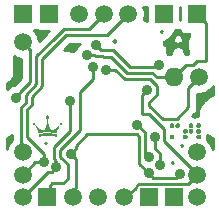
<source format=gtl>
G04 #@! TF.GenerationSoftware,KiCad,Pcbnew,5.1.5-52549c5~84~ubuntu18.04.1*
G04 #@! TF.CreationDate,2020-04-11T16:09:32-04:00*
G04 #@! TF.ProjectId,amoeba-royale,616d6f65-6261-42d7-926f-79616c652e6b,rev?*
G04 #@! TF.SameCoordinates,Original*
G04 #@! TF.FileFunction,Copper,L1,Top*
G04 #@! TF.FilePolarity,Positive*
%FSLAX46Y46*%
G04 Gerber Fmt 4.6, Leading zero omitted, Abs format (unit mm)*
G04 Created by KiCad (PCBNEW 5.1.5-52549c5~84~ubuntu18.04.1) date 2020-04-11 16:09:32*
%MOMM*%
%LPD*%
G04 APERTURE LIST*
%ADD10C,0.002540*%
%ADD11C,0.150000*%
%ADD12C,0.094155*%
%ADD13R,1.500000X1.500000*%
%ADD14C,1.500000*%
%ADD15R,1.600000X1.600000*%
%ADD16O,1.600000X1.600000*%
%ADD17C,0.889000*%
%ADD18C,0.254000*%
G04 APERTURE END LIST*
D10*
G36*
X256566500Y-113209002D02*
G01*
X256558343Y-113259574D01*
X256535629Y-113303496D01*
X256500994Y-113338131D01*
X256457072Y-113360845D01*
X256406500Y-113369003D01*
X256355928Y-113360845D01*
X256312006Y-113338131D01*
X256277371Y-113303496D01*
X256254656Y-113259574D01*
X256246499Y-113209002D01*
X256254656Y-113158429D01*
X256277371Y-113114508D01*
X256312006Y-113079873D01*
X256355928Y-113057159D01*
X256406500Y-113049002D01*
X256457072Y-113057159D01*
X256500994Y-113079873D01*
X256535629Y-113114508D01*
X256558343Y-113158429D01*
X256566500Y-113209002D01*
G37*
X256566500Y-113209002D02*
X256558343Y-113259574D01*
X256535629Y-113303496D01*
X256500994Y-113338131D01*
X256457072Y-113360845D01*
X256406500Y-113369003D01*
X256355928Y-113360845D01*
X256312006Y-113338131D01*
X256277371Y-113303496D01*
X256254656Y-113259574D01*
X256246499Y-113209002D01*
X256254656Y-113158429D01*
X256277371Y-113114508D01*
X256312006Y-113079873D01*
X256355928Y-113057159D01*
X256406500Y-113049002D01*
X256457072Y-113057159D01*
X256500994Y-113079873D01*
X256535629Y-113114508D01*
X256558343Y-113158429D01*
X256566500Y-113209002D01*
G36*
X256566500Y-112729004D02*
G01*
X256558343Y-112779576D01*
X256535629Y-112823498D01*
X256500994Y-112858133D01*
X256457072Y-112880847D01*
X256406500Y-112889005D01*
X256355928Y-112880847D01*
X256312006Y-112858133D01*
X256277371Y-112823498D01*
X256254656Y-112779576D01*
X256246499Y-112729004D01*
X256254656Y-112678432D01*
X256277371Y-112634510D01*
X256312006Y-112599875D01*
X256355928Y-112577161D01*
X256406500Y-112569004D01*
X256457072Y-112577161D01*
X256500994Y-112599875D01*
X256535629Y-112634510D01*
X256558343Y-112678432D01*
X256566500Y-112729004D01*
G37*
X256566500Y-112729004D02*
X256558343Y-112779576D01*
X256535629Y-112823498D01*
X256500994Y-112858133D01*
X256457072Y-112880847D01*
X256406500Y-112889005D01*
X256355928Y-112880847D01*
X256312006Y-112858133D01*
X256277371Y-112823498D01*
X256254656Y-112779576D01*
X256246499Y-112729004D01*
X256254656Y-112678432D01*
X256277371Y-112634510D01*
X256312006Y-112599875D01*
X256355928Y-112577161D01*
X256406500Y-112569004D01*
X256457072Y-112577161D01*
X256500994Y-112599875D01*
X256535629Y-112634510D01*
X256558343Y-112678432D01*
X256566500Y-112729004D01*
G36*
X256566500Y-112249004D02*
G01*
X256558343Y-112299575D01*
X256535629Y-112343497D01*
X256500994Y-112378133D01*
X256457072Y-112400847D01*
X256406500Y-112409004D01*
X256355928Y-112400847D01*
X256312006Y-112378133D01*
X256277371Y-112343497D01*
X256254656Y-112299575D01*
X256246499Y-112249004D01*
X256254656Y-112198431D01*
X256277371Y-112154509D01*
X256312006Y-112119874D01*
X256355928Y-112097160D01*
X256406500Y-112089003D01*
X256457072Y-112097160D01*
X256500994Y-112119874D01*
X256535629Y-112154509D01*
X256558343Y-112198431D01*
X256566500Y-112249004D01*
G37*
X256566500Y-112249004D02*
X256558343Y-112299575D01*
X256535629Y-112343497D01*
X256500994Y-112378133D01*
X256457072Y-112400847D01*
X256406500Y-112409004D01*
X256355928Y-112400847D01*
X256312006Y-112378133D01*
X256277371Y-112343497D01*
X256254656Y-112299575D01*
X256246499Y-112249004D01*
X256254656Y-112198431D01*
X256277371Y-112154509D01*
X256312006Y-112119874D01*
X256355928Y-112097160D01*
X256406500Y-112089003D01*
X256457072Y-112097160D01*
X256500994Y-112119874D01*
X256535629Y-112154509D01*
X256558343Y-112198431D01*
X256566500Y-112249004D01*
G36*
X255926499Y-112729004D02*
G01*
X255918342Y-112779576D01*
X255895628Y-112823498D01*
X255860993Y-112858133D01*
X255817071Y-112880847D01*
X255766499Y-112889005D01*
X255715927Y-112880847D01*
X255672005Y-112858133D01*
X255637370Y-112823498D01*
X255614655Y-112779576D01*
X255606498Y-112729004D01*
X255614655Y-112678432D01*
X255637370Y-112634510D01*
X255672005Y-112599875D01*
X255715927Y-112577161D01*
X255766499Y-112569004D01*
X255817071Y-112577161D01*
X255860993Y-112599875D01*
X255895628Y-112634510D01*
X255918342Y-112678432D01*
X255926499Y-112729004D01*
G37*
X255926499Y-112729004D02*
X255918342Y-112779576D01*
X255895628Y-112823498D01*
X255860993Y-112858133D01*
X255817071Y-112880847D01*
X255766499Y-112889005D01*
X255715927Y-112880847D01*
X255672005Y-112858133D01*
X255637370Y-112823498D01*
X255614655Y-112779576D01*
X255606498Y-112729004D01*
X255614655Y-112678432D01*
X255637370Y-112634510D01*
X255672005Y-112599875D01*
X255715927Y-112577161D01*
X255766499Y-112569004D01*
X255817071Y-112577161D01*
X255860993Y-112599875D01*
X255895628Y-112634510D01*
X255918342Y-112678432D01*
X255926499Y-112729004D01*
G36*
X255926499Y-112249004D02*
G01*
X255918342Y-112299575D01*
X255895628Y-112343497D01*
X255860993Y-112378133D01*
X255817071Y-112400847D01*
X255766499Y-112409004D01*
X255715927Y-112400847D01*
X255672005Y-112378133D01*
X255637370Y-112343497D01*
X255614655Y-112299575D01*
X255606498Y-112249004D01*
X255614655Y-112198431D01*
X255637370Y-112154509D01*
X255672005Y-112119874D01*
X255715927Y-112097160D01*
X255766499Y-112089003D01*
X255817071Y-112097160D01*
X255860993Y-112119874D01*
X255895628Y-112154509D01*
X255918342Y-112198431D01*
X255926499Y-112249004D01*
G37*
X255926499Y-112249004D02*
X255918342Y-112299575D01*
X255895628Y-112343497D01*
X255860993Y-112378133D01*
X255817071Y-112400847D01*
X255766499Y-112409004D01*
X255715927Y-112400847D01*
X255672005Y-112378133D01*
X255637370Y-112343497D01*
X255614655Y-112299575D01*
X255606498Y-112249004D01*
X255614655Y-112198431D01*
X255637370Y-112154509D01*
X255672005Y-112119874D01*
X255715927Y-112097160D01*
X255766499Y-112089003D01*
X255817071Y-112097160D01*
X255860993Y-112119874D01*
X255895628Y-112154509D01*
X255918342Y-112198431D01*
X255926499Y-112249004D01*
G36*
X255446498Y-113209002D02*
G01*
X255438341Y-113259574D01*
X255415628Y-113303496D01*
X255380992Y-113338131D01*
X255337071Y-113360845D01*
X255286498Y-113369003D01*
X255235926Y-113360845D01*
X255192005Y-113338131D01*
X255157369Y-113303496D01*
X255134655Y-113259574D01*
X255126498Y-113209002D01*
X255134655Y-113158429D01*
X255157369Y-113114508D01*
X255192005Y-113079873D01*
X255235926Y-113057159D01*
X255286498Y-113049002D01*
X255337071Y-113057159D01*
X255380992Y-113079873D01*
X255415628Y-113114508D01*
X255438341Y-113158429D01*
X255446498Y-113209002D01*
G37*
X255446498Y-113209002D02*
X255438341Y-113259574D01*
X255415628Y-113303496D01*
X255380992Y-113338131D01*
X255337071Y-113360845D01*
X255286498Y-113369003D01*
X255235926Y-113360845D01*
X255192005Y-113338131D01*
X255157369Y-113303496D01*
X255134655Y-113259574D01*
X255126498Y-113209002D01*
X255134655Y-113158429D01*
X255157369Y-113114508D01*
X255192005Y-113079873D01*
X255235926Y-113057159D01*
X255286498Y-113049002D01*
X255337071Y-113057159D01*
X255380992Y-113079873D01*
X255415628Y-113114508D01*
X255438341Y-113158429D01*
X255446498Y-113209002D01*
G36*
X255446498Y-112729004D02*
G01*
X255438341Y-112779576D01*
X255415628Y-112823498D01*
X255380992Y-112858133D01*
X255337071Y-112880847D01*
X255286498Y-112889005D01*
X255235926Y-112880847D01*
X255192005Y-112858133D01*
X255157369Y-112823498D01*
X255134655Y-112779576D01*
X255126498Y-112729004D01*
X255134655Y-112678432D01*
X255157369Y-112634510D01*
X255192005Y-112599875D01*
X255235926Y-112577161D01*
X255286498Y-112569004D01*
X255337071Y-112577161D01*
X255380992Y-112599875D01*
X255415628Y-112634510D01*
X255438341Y-112678432D01*
X255446498Y-112729004D01*
G37*
X255446498Y-112729004D02*
X255438341Y-112779576D01*
X255415628Y-112823498D01*
X255380992Y-112858133D01*
X255337071Y-112880847D01*
X255286498Y-112889005D01*
X255235926Y-112880847D01*
X255192005Y-112858133D01*
X255157369Y-112823498D01*
X255134655Y-112779576D01*
X255126498Y-112729004D01*
X255134655Y-112678432D01*
X255157369Y-112634510D01*
X255192005Y-112599875D01*
X255235926Y-112577161D01*
X255286498Y-112569004D01*
X255337071Y-112577161D01*
X255380992Y-112599875D01*
X255415628Y-112634510D01*
X255438341Y-112678432D01*
X255446498Y-112729004D01*
G36*
X254806497Y-112249004D02*
G01*
X254798340Y-112299575D01*
X254775626Y-112343497D01*
X254740991Y-112378133D01*
X254697070Y-112400847D01*
X254646497Y-112409004D01*
X254595925Y-112400847D01*
X254552004Y-112378133D01*
X254517368Y-112343497D01*
X254494654Y-112299575D01*
X254486497Y-112249004D01*
X254494654Y-112198431D01*
X254517368Y-112154509D01*
X254552004Y-112119874D01*
X254595925Y-112097160D01*
X254646497Y-112089003D01*
X254697070Y-112097160D01*
X254740991Y-112119874D01*
X254775626Y-112154509D01*
X254798340Y-112198431D01*
X254806497Y-112249004D01*
G37*
X254806497Y-112249004D02*
X254798340Y-112299575D01*
X254775626Y-112343497D01*
X254740991Y-112378133D01*
X254697070Y-112400847D01*
X254646497Y-112409004D01*
X254595925Y-112400847D01*
X254552004Y-112378133D01*
X254517368Y-112343497D01*
X254494654Y-112299575D01*
X254486497Y-112249004D01*
X254494654Y-112198431D01*
X254517368Y-112154509D01*
X254552004Y-112119874D01*
X254595925Y-112097160D01*
X254646497Y-112089003D01*
X254697070Y-112097160D01*
X254740991Y-112119874D01*
X254775626Y-112154509D01*
X254798340Y-112198431D01*
X254806497Y-112249004D01*
G36*
X254326500Y-113209002D02*
G01*
X254318343Y-113259574D01*
X254295629Y-113303496D01*
X254260993Y-113338131D01*
X254217072Y-113360845D01*
X254166500Y-113369003D01*
X254115927Y-113360845D01*
X254072006Y-113338131D01*
X254037370Y-113303496D01*
X254014656Y-113259574D01*
X254006500Y-113209002D01*
X254014656Y-113158429D01*
X254037370Y-113114508D01*
X254072006Y-113079873D01*
X254115927Y-113057159D01*
X254166500Y-113049002D01*
X254217072Y-113057159D01*
X254260993Y-113079873D01*
X254295629Y-113114508D01*
X254318343Y-113158429D01*
X254326500Y-113209002D01*
G37*
X254326500Y-113209002D02*
X254318343Y-113259574D01*
X254295629Y-113303496D01*
X254260993Y-113338131D01*
X254217072Y-113360845D01*
X254166500Y-113369003D01*
X254115927Y-113360845D01*
X254072006Y-113338131D01*
X254037370Y-113303496D01*
X254014656Y-113259574D01*
X254006500Y-113209002D01*
X254014656Y-113158429D01*
X254037370Y-113114508D01*
X254072006Y-113079873D01*
X254115927Y-113057159D01*
X254166500Y-113049002D01*
X254217072Y-113057159D01*
X254260993Y-113079873D01*
X254295629Y-113114508D01*
X254318343Y-113158429D01*
X254326500Y-113209002D01*
G36*
X254326500Y-112249004D02*
G01*
X254318343Y-112299575D01*
X254295629Y-112343497D01*
X254260993Y-112378133D01*
X254217072Y-112400847D01*
X254166500Y-112409004D01*
X254115927Y-112400847D01*
X254072006Y-112378133D01*
X254037370Y-112343497D01*
X254014656Y-112299575D01*
X254006500Y-112249004D01*
X254014656Y-112198431D01*
X254037370Y-112154509D01*
X254072006Y-112119874D01*
X254115927Y-112097160D01*
X254166500Y-112089003D01*
X254217072Y-112097160D01*
X254260993Y-112119874D01*
X254295629Y-112154509D01*
X254318343Y-112198431D01*
X254326500Y-112249004D01*
G37*
X254326500Y-112249004D02*
X254318343Y-112299575D01*
X254295629Y-112343497D01*
X254260993Y-112378133D01*
X254217072Y-112400847D01*
X254166500Y-112409004D01*
X254115927Y-112400847D01*
X254072006Y-112378133D01*
X254037370Y-112343497D01*
X254014656Y-112299575D01*
X254006500Y-112249004D01*
X254014656Y-112198431D01*
X254037370Y-112154509D01*
X254072006Y-112119874D01*
X254115927Y-112097160D01*
X254166500Y-112089003D01*
X254217072Y-112097160D01*
X254260993Y-112119874D01*
X254295629Y-112154509D01*
X254318343Y-112198431D01*
X254326500Y-112249004D01*
D11*
G36*
X254684164Y-104086420D02*
G01*
X254706754Y-104665967D01*
X254837618Y-104665967D01*
X254845857Y-104676949D01*
X254844936Y-104796831D01*
X254890694Y-104796831D01*
X254897101Y-104815136D01*
X254950177Y-104816051D01*
X254957498Y-104820396D01*
X254962991Y-104827948D01*
X255038945Y-105000910D01*
X255020638Y-105008228D01*
X255021559Y-105037515D01*
X255026137Y-105036601D01*
X255026137Y-105092425D01*
X254997766Y-105201326D01*
X254910175Y-105201326D01*
X254910175Y-105213222D01*
X254832391Y-105213222D01*
X254832391Y-105318463D01*
X254814087Y-105336763D01*
X254793957Y-105318463D01*
X254794878Y-105280029D01*
X254767421Y-105317549D01*
X254669502Y-105317549D01*
X254649367Y-105280944D01*
X254650287Y-105214137D01*
X254600871Y-105214137D01*
X254601791Y-105319378D01*
X254581656Y-105337678D01*
X254560612Y-105319378D01*
X254560612Y-105213222D01*
X254528581Y-105213222D01*
X254528581Y-105199496D01*
X254496549Y-105201325D01*
X254464523Y-105091505D01*
X254465444Y-105039344D01*
X254470019Y-105038430D01*
X254469098Y-105008228D01*
X254461773Y-105008228D01*
X254452626Y-105001824D01*
X254532240Y-104822459D01*
X254536589Y-104818109D01*
X254542307Y-104816051D01*
X254593554Y-104816051D01*
X254602707Y-104795917D01*
X254646608Y-104795917D01*
X254646608Y-104676035D01*
X254706754Y-104665967D01*
X254684164Y-104086420D01*
X254657022Y-104087450D01*
X254629972Y-104090539D01*
X254603013Y-104095689D01*
X254576146Y-104102898D01*
X254549370Y-104112166D01*
X254522685Y-104123494D01*
X254496092Y-104136882D01*
X254469591Y-104152330D01*
X254443182Y-104169837D01*
X254419940Y-104188458D01*
X254397767Y-104210348D01*
X254376807Y-104234600D01*
X254357209Y-104260303D01*
X254339116Y-104286550D01*
X254322675Y-104312432D01*
X254308033Y-104337039D01*
X254295334Y-104359464D01*
X254284725Y-104378797D01*
X254276352Y-104394130D01*
X254254263Y-104433034D01*
X254232059Y-104470140D01*
X254209761Y-104505507D01*
X254187391Y-104539190D01*
X254164968Y-104571248D01*
X254142513Y-104601739D01*
X254120047Y-104630719D01*
X254097590Y-104658246D01*
X254075163Y-104684378D01*
X254052787Y-104709173D01*
X254030482Y-104732687D01*
X254008268Y-104754979D01*
X253986168Y-104776105D01*
X253964200Y-104796123D01*
X253942386Y-104815092D01*
X253920746Y-104833067D01*
X253899301Y-104850108D01*
X253878072Y-104866271D01*
X253857079Y-104881613D01*
X253836342Y-104896193D01*
X253815883Y-104910068D01*
X253795722Y-104923295D01*
X253775879Y-104935931D01*
X253756376Y-104948036D01*
X253737233Y-104959664D01*
X253718470Y-104970876D01*
X253700108Y-104981727D01*
X253682168Y-104992275D01*
X253664670Y-105002579D01*
X253647635Y-105012694D01*
X253631084Y-105022680D01*
X253615036Y-105032593D01*
X253599514Y-105042490D01*
X253584537Y-105052431D01*
X253570126Y-105062471D01*
X253556301Y-105072668D01*
X253543084Y-105083080D01*
X253530494Y-105093765D01*
X253518554Y-105104779D01*
X253507282Y-105116181D01*
X253496700Y-105128028D01*
X253486828Y-105140377D01*
X253477687Y-105153286D01*
X253469298Y-105166813D01*
X253461680Y-105181014D01*
X253454856Y-105195948D01*
X253448845Y-105211672D01*
X253443668Y-105228243D01*
X253439346Y-105245719D01*
X253435899Y-105264158D01*
X253433348Y-105283617D01*
X253431713Y-105304153D01*
X253431016Y-105325824D01*
X253431284Y-105351076D01*
X253432577Y-105374471D01*
X253434843Y-105396107D01*
X253438028Y-105416083D01*
X253442082Y-105434498D01*
X253446951Y-105451450D01*
X253452583Y-105467039D01*
X253458925Y-105481363D01*
X253465926Y-105494521D01*
X253473533Y-105506612D01*
X253481693Y-105517734D01*
X253490355Y-105527987D01*
X253499466Y-105537470D01*
X253508973Y-105546280D01*
X253518824Y-105554518D01*
X253528967Y-105562282D01*
X253539349Y-105569670D01*
X253549919Y-105576781D01*
X253560623Y-105583715D01*
X253571410Y-105590571D01*
X253582226Y-105597446D01*
X253593021Y-105604440D01*
X253603740Y-105611651D01*
X253614332Y-105619179D01*
X253624745Y-105627122D01*
X253634926Y-105635580D01*
X253644823Y-105644650D01*
X253654384Y-105654432D01*
X253663555Y-105665025D01*
X253672285Y-105676527D01*
X253680522Y-105689037D01*
X253688212Y-105702654D01*
X253695304Y-105717478D01*
X253701746Y-105733605D01*
X253707484Y-105751137D01*
X253712467Y-105770171D01*
X253716642Y-105790806D01*
X253719958Y-105813141D01*
X253722360Y-105837275D01*
X253723798Y-105863306D01*
X253724218Y-105891334D01*
X253723569Y-105921458D01*
X253721798Y-105953775D01*
X253718852Y-105988386D01*
X253714680Y-106025388D01*
X253710232Y-106062360D01*
X253706996Y-106095396D01*
X253705372Y-106125200D01*
X253705756Y-106152477D01*
X253708547Y-106177932D01*
X253714144Y-106202271D01*
X253722945Y-106226198D01*
X253735348Y-106250418D01*
X253751752Y-106275635D01*
X253770586Y-106299756D01*
X253790840Y-106321040D01*
X253812512Y-106339485D01*
X253835604Y-106355093D01*
X253860114Y-106367863D01*
X253886043Y-106377795D01*
X253913391Y-106384890D01*
X253942158Y-106389147D01*
X253972343Y-106390566D01*
X254013125Y-106390566D01*
X254042784Y-106389431D01*
X254071384Y-106386026D01*
X254098924Y-106380352D01*
X254125405Y-106372407D01*
X254150827Y-106362193D01*
X254175190Y-106349710D01*
X254198493Y-106334956D01*
X254222746Y-106316625D01*
X254243600Y-106296233D01*
X254261056Y-106273782D01*
X254275113Y-106249271D01*
X254285772Y-106222701D01*
X254293032Y-106194071D01*
X254293106Y-106190829D01*
X254293501Y-106181553D01*
X254294473Y-106166918D01*
X254296283Y-106147600D01*
X254299188Y-106124273D01*
X254303446Y-106097612D01*
X254309317Y-106068293D01*
X254317058Y-106036990D01*
X254326928Y-106004380D01*
X254339185Y-105971136D01*
X254354087Y-105937935D01*
X254371893Y-105905450D01*
X254392862Y-105874358D01*
X254417251Y-105845333D01*
X254445319Y-105819051D01*
X254467561Y-105802294D01*
X254491335Y-105787285D01*
X254516481Y-105774015D01*
X254542838Y-105762479D01*
X254570247Y-105752668D01*
X254598548Y-105744574D01*
X254627581Y-105738191D01*
X254657185Y-105733512D01*
X254687201Y-105730528D01*
X254717468Y-105729233D01*
X254747827Y-105729620D01*
X254778118Y-105731680D01*
X254808181Y-105735406D01*
X254837854Y-105740792D01*
X254866980Y-105747829D01*
X254895397Y-105756511D01*
X254922945Y-105766830D01*
X254949466Y-105778778D01*
X254974797Y-105792349D01*
X254998780Y-105807535D01*
X255021254Y-105824328D01*
X255049713Y-105850568D01*
X255074582Y-105879569D01*
X255096103Y-105910655D01*
X255114517Y-105943147D01*
X255130065Y-105976369D01*
X255142988Y-106009642D01*
X255153528Y-106042290D01*
X255161924Y-106073634D01*
X255168419Y-106102997D01*
X255173253Y-106129702D01*
X255176668Y-106153070D01*
X255178904Y-106172425D01*
X255180203Y-106187089D01*
X255180805Y-106196384D01*
X255180952Y-106199633D01*
X255187698Y-106226049D01*
X255198048Y-106250919D01*
X255212002Y-106274246D01*
X255229561Y-106296027D01*
X255250724Y-106316263D01*
X255275492Y-106334955D01*
X255300568Y-106351947D01*
X255326366Y-106365849D01*
X255352884Y-106376662D01*
X255380122Y-106384386D01*
X255408082Y-106389020D01*
X255436763Y-106390565D01*
X255477545Y-106390565D01*
X255507410Y-106389100D01*
X255536040Y-106384706D01*
X255563433Y-106377383D01*
X255589591Y-106367130D01*
X255614513Y-106353949D01*
X255638199Y-106337838D01*
X255660649Y-106318797D01*
X255681864Y-106296828D01*
X255701843Y-106271929D01*
X255718744Y-106247909D01*
X255733010Y-106226066D01*
X255744357Y-106205106D01*
X255752499Y-106183734D01*
X255757153Y-106160656D01*
X255758036Y-106134577D01*
X255754862Y-106104202D01*
X255747347Y-106068237D01*
X255735208Y-106025387D01*
X255719834Y-105974619D01*
X255705743Y-105925264D01*
X255692897Y-105877295D01*
X255681261Y-105830687D01*
X255670797Y-105785412D01*
X255661469Y-105741444D01*
X255653240Y-105698756D01*
X255646073Y-105657322D01*
X255639932Y-105617116D01*
X255634780Y-105578110D01*
X255630580Y-105540279D01*
X255627296Y-105503595D01*
X255624890Y-105468033D01*
X255623327Y-105433565D01*
X255622570Y-105400166D01*
X255622581Y-105367809D01*
X255623324Y-105336466D01*
X255624763Y-105306112D01*
X255626860Y-105276720D01*
X255629579Y-105248264D01*
X255632884Y-105220717D01*
X255636737Y-105194053D01*
X255641102Y-105168244D01*
X255645942Y-105143265D01*
X255651221Y-105119089D01*
X255656901Y-105095689D01*
X255662947Y-105073039D01*
X255669321Y-105051112D01*
X255675987Y-105029882D01*
X255682907Y-105009323D01*
X255690046Y-104989407D01*
X255697367Y-104970109D01*
X255704832Y-104951401D01*
X255712406Y-104933257D01*
X255720051Y-104915651D01*
X255727731Y-104898556D01*
X255735409Y-104881946D01*
X255743049Y-104865794D01*
X255750613Y-104850073D01*
X255758065Y-104834757D01*
X255765368Y-104819820D01*
X255772486Y-104805235D01*
X255779382Y-104790975D01*
X255786019Y-104777014D01*
X255792361Y-104763326D01*
X255798370Y-104749883D01*
X255804011Y-104736660D01*
X255809246Y-104723629D01*
X255814038Y-104710765D01*
X255818352Y-104698041D01*
X255822150Y-104685429D01*
X255825396Y-104672905D01*
X255828052Y-104660440D01*
X255830083Y-104648009D01*
X255831451Y-104635585D01*
X255832120Y-104623142D01*
X255832053Y-104610653D01*
X255831214Y-104598091D01*
X255829565Y-104585431D01*
X255827070Y-104572644D01*
X255823693Y-104559706D01*
X255819396Y-104546589D01*
X255809629Y-104523289D01*
X255798305Y-104502929D01*
X255785510Y-104485337D01*
X255771331Y-104470341D01*
X255755851Y-104457766D01*
X255739159Y-104447439D01*
X255721339Y-104439189D01*
X255702478Y-104432842D01*
X255682662Y-104428225D01*
X255661976Y-104425165D01*
X255640506Y-104423489D01*
X255618339Y-104423024D01*
X255595560Y-104423597D01*
X255572255Y-104425035D01*
X255548511Y-104427166D01*
X255524413Y-104429816D01*
X255500047Y-104432812D01*
X255475499Y-104435982D01*
X255450854Y-104439152D01*
X255426200Y-104442150D01*
X255401622Y-104444802D01*
X255377205Y-104446935D01*
X255353036Y-104448377D01*
X255329201Y-104448955D01*
X255305786Y-104448496D01*
X255282876Y-104446826D01*
X255260557Y-104443772D01*
X255238916Y-104439163D01*
X255218039Y-104432824D01*
X255198010Y-104424583D01*
X255178917Y-104414267D01*
X255160845Y-104401703D01*
X255143881Y-104386718D01*
X255131919Y-104372337D01*
X255118398Y-104352320D01*
X255103279Y-104328041D01*
X255086529Y-104300875D01*
X255068111Y-104272196D01*
X255047990Y-104243378D01*
X255026129Y-104215796D01*
X255002493Y-104190824D01*
X254977047Y-104169837D01*
X254950271Y-104152330D01*
X254923496Y-104136882D01*
X254896720Y-104123494D01*
X254869945Y-104112166D01*
X254843170Y-104102897D01*
X254816395Y-104095688D01*
X254789619Y-104090539D01*
X254762844Y-104087450D01*
X254736069Y-104086420D01*
X254684164Y-104086420D01*
G37*
G36*
X243664486Y-111416743D02*
G01*
X243640861Y-111418637D01*
X243618444Y-111424123D01*
X243597538Y-111432906D01*
X243578443Y-111444692D01*
X243561460Y-111459185D01*
X243546890Y-111476092D01*
X243535034Y-111495117D01*
X243526193Y-111515965D01*
X243520668Y-111538342D01*
X243518759Y-111561954D01*
X243520735Y-111585726D01*
X243526448Y-111608116D01*
X243535573Y-111628854D01*
X243547786Y-111647672D01*
X243562762Y-111664301D01*
X243580178Y-111678471D01*
X243599708Y-111689915D01*
X243621029Y-111698363D01*
X243643816Y-111703547D01*
X243641341Y-111731446D01*
X243638780Y-111759645D01*
X243636119Y-111788101D01*
X243633349Y-111816773D01*
X243630459Y-111845618D01*
X243627438Y-111874593D01*
X243624275Y-111903655D01*
X243620958Y-111932764D01*
X243617478Y-111961875D01*
X243613823Y-111990947D01*
X243609983Y-112019936D01*
X243605946Y-112048802D01*
X243601702Y-112077500D01*
X243597239Y-112105989D01*
X243592547Y-112134227D01*
X243587615Y-112162170D01*
X243582432Y-112189777D01*
X243576988Y-112217004D01*
X243571270Y-112243810D01*
X243565269Y-112270152D01*
X243558973Y-112295987D01*
X243552372Y-112321274D01*
X243545454Y-112345969D01*
X243538210Y-112370030D01*
X243530627Y-112393415D01*
X243522695Y-112416082D01*
X243514403Y-112437987D01*
X243505740Y-112459088D01*
X243496696Y-112479343D01*
X243487259Y-112498710D01*
X243477419Y-112517146D01*
X243467164Y-112534608D01*
X243456484Y-112551054D01*
X243445368Y-112566442D01*
X243433805Y-112580730D01*
X243421784Y-112593873D01*
X243409294Y-112605832D01*
X243396324Y-112616561D01*
X243382864Y-112626021D01*
X243368902Y-112634167D01*
X243354428Y-112640958D01*
X243337414Y-112647060D01*
X243319666Y-112651321D01*
X243301232Y-112653816D01*
X243282158Y-112654618D01*
X243262491Y-112653800D01*
X243242278Y-112651438D01*
X243221566Y-112647603D01*
X243200402Y-112642371D01*
X243178831Y-112635814D01*
X243156903Y-112628007D01*
X243134662Y-112619023D01*
X243112156Y-112608937D01*
X243089433Y-112597821D01*
X243066538Y-112585750D01*
X243043518Y-112572798D01*
X243020422Y-112559037D01*
X242997294Y-112544543D01*
X242974183Y-112529389D01*
X242951135Y-112513648D01*
X242928196Y-112497394D01*
X242905415Y-112480701D01*
X242882837Y-112463643D01*
X242860510Y-112446294D01*
X242838480Y-112428727D01*
X242816794Y-112411016D01*
X242795499Y-112393235D01*
X242774642Y-112375457D01*
X242754270Y-112357757D01*
X242734430Y-112340208D01*
X242715168Y-112322884D01*
X242696531Y-112305859D01*
X242678567Y-112289206D01*
X242661322Y-112272999D01*
X242644842Y-112257313D01*
X242629176Y-112242220D01*
X242614369Y-112227794D01*
X242600469Y-112214110D01*
X242614253Y-112197790D01*
X242625038Y-112179276D01*
X242632064Y-112158801D01*
X242634575Y-112136596D01*
X242632302Y-112113940D01*
X242625779Y-112092816D01*
X242615455Y-112073683D01*
X242601775Y-112057000D01*
X242585186Y-112043225D01*
X242566136Y-112032818D01*
X242545071Y-112026237D01*
X242522437Y-112023941D01*
X242499782Y-112026237D01*
X242478658Y-112032818D01*
X242459525Y-112043225D01*
X242442841Y-112057000D01*
X242429067Y-112073683D01*
X242418659Y-112092816D01*
X242412078Y-112113940D01*
X242409783Y-112136596D01*
X242412078Y-112159229D01*
X242418659Y-112180294D01*
X242429067Y-112199345D01*
X242442841Y-112215933D01*
X242459525Y-112229613D01*
X242478658Y-112239938D01*
X242499782Y-112246460D01*
X242522437Y-112248734D01*
X242543553Y-112249147D01*
X242558475Y-112244838D01*
X242573080Y-112236331D01*
X242788571Y-112599100D01*
X242803930Y-112628325D01*
X242818190Y-112656800D01*
X242831367Y-112684522D01*
X242843481Y-112711488D01*
X242854548Y-112737697D01*
X242864587Y-112763146D01*
X242873615Y-112787833D01*
X242881651Y-112811756D01*
X242888711Y-112834914D01*
X242894814Y-112857302D01*
X242899978Y-112878921D01*
X242904220Y-112899766D01*
X242907558Y-112919837D01*
X242910010Y-112939131D01*
X242931745Y-112932671D01*
X242953839Y-112926384D01*
X242976282Y-112920275D01*
X242999068Y-112914350D01*
X243022187Y-112908613D01*
X243045633Y-112903072D01*
X243069397Y-112897730D01*
X243093470Y-112892595D01*
X243117845Y-112887670D01*
X243142514Y-112882962D01*
X243167468Y-112878476D01*
X243192699Y-112874218D01*
X243218200Y-112870193D01*
X243243961Y-112866406D01*
X243269976Y-112862863D01*
X243296236Y-112859571D01*
X243322733Y-112856533D01*
X243349458Y-112853756D01*
X243376404Y-112851245D01*
X243403563Y-112849005D01*
X243430926Y-112847043D01*
X243458485Y-112845363D01*
X243486233Y-112843971D01*
X243514160Y-112842873D01*
X243542260Y-112842074D01*
X243570524Y-112841580D01*
X243598944Y-112841395D01*
X243627511Y-112841527D01*
X243656218Y-112841979D01*
X243685281Y-112842295D01*
X243714136Y-112842894D01*
X243742780Y-112843774D01*
X243771209Y-112844932D01*
X243799419Y-112846362D01*
X243827406Y-112848063D01*
X243855165Y-112850030D01*
X243882694Y-112852260D01*
X243909987Y-112854750D01*
X243937041Y-112857495D01*
X243963853Y-112860493D01*
X243990417Y-112863740D01*
X244016730Y-112867232D01*
X244042789Y-112870965D01*
X244068588Y-112874937D01*
X244094124Y-112879144D01*
X244119394Y-112883583D01*
X244144392Y-112888249D01*
X244169116Y-112893139D01*
X244193561Y-112898250D01*
X244217723Y-112903578D01*
X244241598Y-112909120D01*
X244265183Y-112914872D01*
X244288472Y-112920830D01*
X244311463Y-112926992D01*
X244334151Y-112933353D01*
X244356532Y-112939911D01*
X244378603Y-112946661D01*
X244400359Y-112953600D01*
X244403577Y-112934104D01*
X244407417Y-112913966D01*
X244411952Y-112893176D01*
X244417261Y-112871719D01*
X244423418Y-112849583D01*
X244430500Y-112826755D01*
X244438582Y-112803223D01*
X244447740Y-112778974D01*
X244458051Y-112753994D01*
X244469591Y-112728272D01*
X244482434Y-112701795D01*
X244496658Y-112674550D01*
X244512338Y-112646523D01*
X244529550Y-112617703D01*
X244745557Y-112248217D01*
X244761722Y-112256202D01*
X244779051Y-112262315D01*
X244797234Y-112264753D01*
X244819889Y-112262480D01*
X244841013Y-112255957D01*
X244860146Y-112245633D01*
X244876830Y-112231953D01*
X244890604Y-112215364D01*
X244901012Y-112196314D01*
X244907593Y-112175249D01*
X244909888Y-112152615D01*
X244907593Y-112129960D01*
X244901012Y-112108836D01*
X244890604Y-112089703D01*
X244876830Y-112073020D01*
X244860146Y-112059245D01*
X244841013Y-112048837D01*
X244819889Y-112042256D01*
X244797234Y-112039961D01*
X244774600Y-112042256D01*
X244753535Y-112048837D01*
X244734485Y-112059245D01*
X244717896Y-112073020D01*
X244704216Y-112089703D01*
X244693892Y-112108836D01*
X244687369Y-112129960D01*
X244685096Y-112152615D01*
X244687852Y-112173154D01*
X244695245Y-112193406D01*
X244705961Y-112212512D01*
X244718686Y-112229613D01*
X244704981Y-112242688D01*
X244690325Y-112256533D01*
X244674766Y-112271071D01*
X244658354Y-112286228D01*
X244641136Y-112301929D01*
X244623162Y-112318099D01*
X244604480Y-112334662D01*
X244585139Y-112351543D01*
X244565188Y-112368669D01*
X244544675Y-112385962D01*
X244523649Y-112403348D01*
X244502158Y-112420753D01*
X244480253Y-112438100D01*
X244457980Y-112455315D01*
X244435389Y-112472322D01*
X244412529Y-112489047D01*
X244389447Y-112505415D01*
X244366194Y-112521350D01*
X244342818Y-112536777D01*
X244319366Y-112551621D01*
X244295889Y-112565807D01*
X244272435Y-112579260D01*
X244249052Y-112591904D01*
X244225789Y-112603665D01*
X244202694Y-112614468D01*
X244179818Y-112624237D01*
X244157207Y-112632897D01*
X244134912Y-112640373D01*
X244112980Y-112646591D01*
X244091460Y-112651474D01*
X244070402Y-112654948D01*
X244049853Y-112656937D01*
X244029862Y-112657368D01*
X244010479Y-112656163D01*
X243991751Y-112653249D01*
X243973728Y-112648550D01*
X243956458Y-112641991D01*
X243941635Y-112621894D01*
X243927404Y-112601369D01*
X243913752Y-112580432D01*
X243900664Y-112559102D01*
X243888127Y-112537397D01*
X243876126Y-112515333D01*
X243864649Y-112492928D01*
X243853681Y-112470201D01*
X243843208Y-112447168D01*
X243833218Y-112423847D01*
X243823694Y-112400256D01*
X243814625Y-112376413D01*
X243805996Y-112352334D01*
X243797794Y-112328038D01*
X243790003Y-112303543D01*
X243782612Y-112278865D01*
X243775605Y-112254022D01*
X243768969Y-112229033D01*
X243762691Y-112203914D01*
X243756756Y-112178684D01*
X243751150Y-112153359D01*
X243745860Y-112127958D01*
X243740872Y-112102498D01*
X243736172Y-112076996D01*
X243731747Y-112051471D01*
X243727582Y-112025940D01*
X243723663Y-112000420D01*
X243719977Y-111974929D01*
X243716510Y-111949484D01*
X243713248Y-111924104D01*
X243710178Y-111898806D01*
X243707285Y-111873607D01*
X243704555Y-111848526D01*
X243701976Y-111823579D01*
X243699532Y-111798784D01*
X243697211Y-111774159D01*
X243694998Y-111749722D01*
X243692879Y-111725490D01*
X243690841Y-111701480D01*
X243715129Y-111697346D01*
X243731084Y-111692964D01*
X243747426Y-111684131D01*
X243763381Y-111671281D01*
X243778174Y-111654848D01*
X243791028Y-111635264D01*
X243801170Y-111612965D01*
X243807824Y-111588384D01*
X243810214Y-111561954D01*
X243808305Y-111538342D01*
X243802780Y-111515965D01*
X243793939Y-111495117D01*
X243782083Y-111476092D01*
X243767513Y-111459185D01*
X243750530Y-111444692D01*
X243731435Y-111432906D01*
X243710529Y-111424123D01*
X243688112Y-111418637D01*
X243664486Y-111416743D01*
G37*
D12*
G36*
X243660381Y-112919736D02*
G01*
X243632083Y-112919648D01*
X243603922Y-112919826D01*
X243575908Y-112920270D01*
X243548050Y-112920980D01*
X243520357Y-112921955D01*
X243492839Y-112923193D01*
X243465505Y-112924696D01*
X243438365Y-112926461D01*
X243411429Y-112928489D01*
X243384705Y-112930779D01*
X243358204Y-112933330D01*
X243331934Y-112936142D01*
X243305905Y-112939214D01*
X243280127Y-112942545D01*
X243254608Y-112946135D01*
X243229360Y-112949984D01*
X243204390Y-112954090D01*
X243179708Y-112958454D01*
X243155324Y-112963074D01*
X243131248Y-112967950D01*
X243107488Y-112973081D01*
X243084054Y-112978467D01*
X243060956Y-112984108D01*
X243038203Y-112990002D01*
X243015805Y-112996149D01*
X242993771Y-113002548D01*
X242972109Y-113009200D01*
X242950831Y-113016102D01*
X242929945Y-113023256D01*
X242937552Y-113047418D01*
X242943396Y-113070391D01*
X242947693Y-113092729D01*
X242950656Y-113114986D01*
X242952499Y-113137717D01*
X242973783Y-113131510D01*
X242995426Y-113125465D01*
X243017418Y-113119587D01*
X243039754Y-113113882D01*
X243062426Y-113108355D01*
X243085427Y-113103012D01*
X243108751Y-113097858D01*
X243132390Y-113092900D01*
X243156336Y-113088142D01*
X243180584Y-113083591D01*
X243205126Y-113079252D01*
X243229955Y-113075130D01*
X243255063Y-113071232D01*
X243280445Y-113067562D01*
X243306092Y-113064127D01*
X243331998Y-113060933D01*
X243358156Y-113057984D01*
X243384558Y-113055286D01*
X243411198Y-113052846D01*
X243438069Y-113050668D01*
X243465163Y-113048758D01*
X243492474Y-113047123D01*
X243519994Y-113045767D01*
X243547716Y-113044696D01*
X243575634Y-113043916D01*
X243603741Y-113043432D01*
X243632028Y-113043251D01*
X243660490Y-113043377D01*
X243688941Y-113043796D01*
X243717196Y-113044491D01*
X243745251Y-113045459D01*
X243773101Y-113046697D01*
X243800738Y-113048202D01*
X243828159Y-113049970D01*
X243855358Y-113052000D01*
X243882330Y-113054287D01*
X243909068Y-113056830D01*
X243935568Y-113059625D01*
X243961824Y-113062669D01*
X243987831Y-113065959D01*
X244013583Y-113069493D01*
X244039075Y-113073267D01*
X244064302Y-113077279D01*
X244089257Y-113081524D01*
X244113937Y-113086002D01*
X244138334Y-113090708D01*
X244162445Y-113095640D01*
X244186263Y-113100794D01*
X244209783Y-113106169D01*
X244233000Y-113111760D01*
X244255908Y-113117565D01*
X244278502Y-113123581D01*
X244300776Y-113129804D01*
X244322725Y-113136233D01*
X244344344Y-113142865D01*
X244365627Y-113149695D01*
X244367537Y-113128718D01*
X244371083Y-113107430D01*
X244376084Y-113085670D01*
X244382358Y-113063278D01*
X244389725Y-113040094D01*
X244369075Y-113032696D01*
X244348035Y-113025517D01*
X244326612Y-113018558D01*
X244304813Y-113011820D01*
X244282648Y-113005305D01*
X244260122Y-112999014D01*
X244237244Y-112992949D01*
X244214022Y-112987112D01*
X244190463Y-112981503D01*
X244166576Y-112976125D01*
X244142366Y-112970979D01*
X244117843Y-112966067D01*
X244093014Y-112961389D01*
X244067887Y-112956948D01*
X244042468Y-112952745D01*
X244016767Y-112948781D01*
X243990790Y-112945059D01*
X243964546Y-112941579D01*
X243938041Y-112938342D01*
X243911284Y-112935352D01*
X243884283Y-112932608D01*
X243857044Y-112930114D01*
X243829576Y-112927869D01*
X243801887Y-112925875D01*
X243773983Y-112924135D01*
X243745873Y-112922650D01*
X243717564Y-112921420D01*
X243689064Y-112920449D01*
X243660381Y-112919736D01*
G37*
X243660381Y-112919736D02*
X243632083Y-112919648D01*
X243603922Y-112919826D01*
X243575908Y-112920270D01*
X243548050Y-112920980D01*
X243520357Y-112921955D01*
X243492839Y-112923193D01*
X243465505Y-112924696D01*
X243438365Y-112926461D01*
X243411429Y-112928489D01*
X243384705Y-112930779D01*
X243358204Y-112933330D01*
X243331934Y-112936142D01*
X243305905Y-112939214D01*
X243280127Y-112942545D01*
X243254608Y-112946135D01*
X243229360Y-112949984D01*
X243204390Y-112954090D01*
X243179708Y-112958454D01*
X243155324Y-112963074D01*
X243131248Y-112967950D01*
X243107488Y-112973081D01*
X243084054Y-112978467D01*
X243060956Y-112984108D01*
X243038203Y-112990002D01*
X243015805Y-112996149D01*
X242993771Y-113002548D01*
X242972109Y-113009200D01*
X242950831Y-113016102D01*
X242929945Y-113023256D01*
X242937552Y-113047418D01*
X242943396Y-113070391D01*
X242947693Y-113092729D01*
X242950656Y-113114986D01*
X242952499Y-113137717D01*
X242973783Y-113131510D01*
X242995426Y-113125465D01*
X243017418Y-113119587D01*
X243039754Y-113113882D01*
X243062426Y-113108355D01*
X243085427Y-113103012D01*
X243108751Y-113097858D01*
X243132390Y-113092900D01*
X243156336Y-113088142D01*
X243180584Y-113083591D01*
X243205126Y-113079252D01*
X243229955Y-113075130D01*
X243255063Y-113071232D01*
X243280445Y-113067562D01*
X243306092Y-113064127D01*
X243331998Y-113060933D01*
X243358156Y-113057984D01*
X243384558Y-113055286D01*
X243411198Y-113052846D01*
X243438069Y-113050668D01*
X243465163Y-113048758D01*
X243492474Y-113047123D01*
X243519994Y-113045767D01*
X243547716Y-113044696D01*
X243575634Y-113043916D01*
X243603741Y-113043432D01*
X243632028Y-113043251D01*
X243660490Y-113043377D01*
X243688941Y-113043796D01*
X243717196Y-113044491D01*
X243745251Y-113045459D01*
X243773101Y-113046697D01*
X243800738Y-113048202D01*
X243828159Y-113049970D01*
X243855358Y-113052000D01*
X243882330Y-113054287D01*
X243909068Y-113056830D01*
X243935568Y-113059625D01*
X243961824Y-113062669D01*
X243987831Y-113065959D01*
X244013583Y-113069493D01*
X244039075Y-113073267D01*
X244064302Y-113077279D01*
X244089257Y-113081524D01*
X244113937Y-113086002D01*
X244138334Y-113090708D01*
X244162445Y-113095640D01*
X244186263Y-113100794D01*
X244209783Y-113106169D01*
X244233000Y-113111760D01*
X244255908Y-113117565D01*
X244278502Y-113123581D01*
X244300776Y-113129804D01*
X244322725Y-113136233D01*
X244344344Y-113142865D01*
X244365627Y-113149695D01*
X244367537Y-113128718D01*
X244371083Y-113107430D01*
X244376084Y-113085670D01*
X244382358Y-113063278D01*
X244389725Y-113040094D01*
X244369075Y-113032696D01*
X244348035Y-113025517D01*
X244326612Y-113018558D01*
X244304813Y-113011820D01*
X244282648Y-113005305D01*
X244260122Y-112999014D01*
X244237244Y-112992949D01*
X244214022Y-112987112D01*
X244190463Y-112981503D01*
X244166576Y-112976125D01*
X244142366Y-112970979D01*
X244117843Y-112966067D01*
X244093014Y-112961389D01*
X244067887Y-112956948D01*
X244042468Y-112952745D01*
X244016767Y-112948781D01*
X243990790Y-112945059D01*
X243964546Y-112941579D01*
X243938041Y-112938342D01*
X243911284Y-112935352D01*
X243884283Y-112932608D01*
X243857044Y-112930114D01*
X243829576Y-112927869D01*
X243801887Y-112925875D01*
X243773983Y-112924135D01*
X243745873Y-112922650D01*
X243717564Y-112921420D01*
X243689064Y-112920449D01*
X243660381Y-112919736D01*
D13*
X243649500Y-118364000D03*
X243776500Y-102870000D03*
D14*
X246316500Y-102870000D03*
D15*
X254381000Y-118364000D03*
D16*
X254381000Y-108204000D03*
D14*
X256286000Y-118364000D03*
D13*
X253492000Y-102870000D03*
X252285500Y-118364000D03*
X241554000Y-102870000D03*
X256286000Y-102870000D03*
D14*
X241554000Y-116459000D03*
X250507500Y-102806500D03*
X256286000Y-116459000D03*
X250126500Y-118364000D03*
X241554000Y-114554000D03*
X248412000Y-102806500D03*
X256286000Y-114554000D03*
X247967500Y-118364000D03*
X256476500Y-108204000D03*
X241554000Y-105219500D03*
X241554000Y-118364000D03*
X245808500Y-118364000D03*
D17*
X253143448Y-115606877D03*
X253111000Y-107188000D03*
X252730009Y-113220500D03*
X247496031Y-107302964D03*
X247762479Y-105473500D03*
X246963988Y-106291340D03*
X252222000Y-114930574D03*
X251274554Y-112207351D03*
X245554500Y-110172500D03*
X248615353Y-107534419D03*
X244380320Y-115823991D03*
X243323908Y-115387592D03*
X252068842Y-109253453D03*
X252222000Y-116332000D03*
X254837497Y-116357499D03*
X240982490Y-109905556D03*
X245606620Y-114645185D03*
D18*
X253047501Y-115510930D02*
X253143448Y-115606877D01*
X253174508Y-115575817D02*
X253143448Y-115606877D01*
X252734692Y-107315000D02*
X252861692Y-107188000D01*
X250618118Y-107315000D02*
X252734692Y-107315000D01*
X249221117Y-105917999D02*
X250618118Y-107315000D01*
X252861692Y-107188000D02*
X253111000Y-107188000D01*
X247496031Y-108357969D02*
X247496031Y-107302964D01*
X246380000Y-109474000D02*
X247496031Y-108357969D01*
X246380000Y-112649000D02*
X246380000Y-109474000D01*
X246062509Y-112967554D02*
X246062509Y-112966491D01*
X244729000Y-114935000D02*
X244729000Y-114301063D01*
X243840000Y-118364000D02*
X243840000Y-117360000D01*
X246062509Y-112966491D02*
X246380000Y-112649000D01*
X244729000Y-114301063D02*
X246062509Y-112967554D01*
X244042500Y-117157500D02*
X244983000Y-117157500D01*
X243840000Y-117360000D02*
X244042500Y-117157500D01*
X245363990Y-116776510D02*
X245363990Y-115569990D01*
X244983000Y-117157500D02*
X245363990Y-116776510D01*
X245363990Y-115569990D02*
X244729000Y-114935000D01*
X253143448Y-114630280D02*
X253143448Y-115606877D01*
X252730009Y-113220500D02*
X252730009Y-114216841D01*
X252730009Y-114216841D02*
X253143448Y-114630280D01*
X249221117Y-105917999D02*
X248206978Y-105917999D01*
X248206978Y-105917999D02*
X247762479Y-105473500D01*
X256286000Y-102870000D02*
X256286000Y-102927795D01*
X254000000Y-108585000D02*
X254381000Y-108204000D01*
X257048000Y-103632000D02*
X256286000Y-102870000D01*
X257048000Y-106807000D02*
X257048000Y-103632000D01*
X254381000Y-108204000D02*
X255397000Y-107188000D01*
X257048000Y-106807000D02*
X256349500Y-106807000D01*
X255968500Y-107188000D02*
X255397000Y-107188000D01*
X256349500Y-106807000D02*
X255968500Y-107188000D01*
X254381000Y-108204000D02*
X252905258Y-108204000D01*
X252905258Y-108204000D02*
X252524268Y-107823010D01*
X250407694Y-107823010D02*
X249062147Y-106477463D01*
X252524268Y-107823010D02*
X250407694Y-107823010D01*
X248348509Y-106426009D02*
X247727274Y-106426009D01*
X248399963Y-106477463D02*
X248348509Y-106426009D01*
X247592605Y-106291340D02*
X246963988Y-106291340D01*
X247727274Y-106426009D02*
X247592605Y-106291340D01*
X249062147Y-106477463D02*
X248399963Y-106477463D01*
X251972426Y-114681000D02*
X252222000Y-114930574D01*
X251904509Y-114681000D02*
X251972426Y-114681000D01*
X251904509Y-112966509D02*
X251904509Y-114681000D01*
X251904509Y-112966509D02*
X251904509Y-112837306D01*
X251904509Y-112837306D02*
X251274554Y-112207351D01*
X241554000Y-118364000D02*
X243726406Y-116191594D01*
X255587500Y-109093000D02*
X256476500Y-108204000D01*
X249399081Y-107534419D02*
X249399875Y-107533625D01*
X249399875Y-107533625D02*
X250197270Y-108331020D01*
X248615353Y-107534419D02*
X249399081Y-107534419D01*
X250197270Y-108331020D02*
X252313844Y-108331020D01*
X252313844Y-108331020D02*
X252894343Y-108911519D01*
X252894343Y-109649694D02*
X252285500Y-110258537D01*
X252894343Y-108911519D02*
X252894343Y-109649694D01*
X243726406Y-116191594D02*
X244012717Y-116191594D01*
X244012717Y-116191594D02*
X244380320Y-115823991D01*
X244380320Y-115304754D02*
X244380320Y-115823991D01*
X244220990Y-115145424D02*
X244380320Y-115304754D01*
X244220991Y-114090638D02*
X244220990Y-115145424D01*
X245554500Y-110172500D02*
X245554500Y-112757129D01*
X245554500Y-112757129D02*
X244220991Y-114090638D01*
X255587500Y-110724382D02*
X255587500Y-109093000D01*
X254590881Y-111721001D02*
X255587500Y-110724382D01*
X253409119Y-111721001D02*
X254590881Y-111721001D01*
X252285500Y-110597382D02*
X253409119Y-111721001D01*
X252285500Y-110258537D02*
X252285500Y-110597382D01*
X249936000Y-118364000D02*
X250316940Y-118364000D01*
X241681000Y-116332000D02*
X241554000Y-116459000D01*
X255562001Y-117182999D02*
X256286000Y-116459000D01*
X241554000Y-116459000D02*
X241935000Y-116459000D01*
X241554000Y-116459000D02*
X241871500Y-116459000D01*
X251123177Y-117564942D02*
X251240338Y-117313662D01*
X250126500Y-118364000D02*
X250324119Y-118364000D01*
X250324119Y-118364000D02*
X251123177Y-117564942D01*
X251371001Y-117182999D02*
X255562001Y-117182999D01*
X251240338Y-117313662D02*
X251371001Y-117182999D01*
X242625408Y-115387592D02*
X241554000Y-116459000D01*
X243323908Y-115387592D02*
X242625408Y-115387592D01*
X256286000Y-116459000D02*
X256160740Y-116459000D01*
X252222002Y-109406613D02*
X252068842Y-109253453D01*
X243205000Y-106636434D02*
X244792500Y-105048934D01*
X243323908Y-115387592D02*
X243323908Y-114650026D01*
X245237000Y-104584500D02*
X248729500Y-104584500D01*
X244792500Y-105048934D02*
X244792500Y-105029000D01*
X243205000Y-108966000D02*
X243205000Y-106636434D01*
X243323908Y-114650026D02*
X241957882Y-113284000D01*
X241957882Y-110893882D02*
X242316000Y-110535764D01*
X241957882Y-113284000D02*
X241957882Y-110893882D01*
X242316000Y-110535764D02*
X242316000Y-109855000D01*
X248729500Y-104584500D02*
X250507500Y-102806500D01*
X244792500Y-105029000D02*
X245237000Y-104584500D01*
X242316000Y-109855000D02*
X243205000Y-108966000D01*
X252068842Y-109436658D02*
X252068842Y-109253453D01*
X251624343Y-109697952D02*
X252068842Y-109253453D01*
X256286000Y-116459000D02*
X256286000Y-116347231D01*
X252259027Y-111289343D02*
X251624343Y-111289343D01*
X256286000Y-116347231D02*
X253555510Y-113616741D01*
X253555510Y-113616741D02*
X253555510Y-112585826D01*
X253555510Y-112585826D02*
X252259027Y-111289343D01*
X251624343Y-111289343D02*
X251624343Y-109697952D01*
X241554000Y-113982500D02*
X241554000Y-114554000D01*
X245026575Y-104076491D02*
X244284491Y-104818575D01*
X248412000Y-102806500D02*
X247142010Y-104076490D01*
X247142010Y-104076490D02*
X245026575Y-104076491D01*
X241449872Y-114449872D02*
X241554000Y-114554000D01*
X241807990Y-110325340D02*
X241449872Y-110683458D01*
X241807990Y-109644576D02*
X241807990Y-110325340D01*
X242696991Y-108755575D02*
X241807990Y-109644576D01*
X241449872Y-110683458D02*
X241449872Y-114449872D01*
X242696991Y-106743509D02*
X242696991Y-108755575D01*
X244284491Y-104818575D02*
X244284491Y-104838509D01*
X244284491Y-104838509D02*
X242697000Y-106426000D01*
X242697000Y-106743500D02*
X242696991Y-106743509D01*
X242697000Y-106426000D02*
X242697000Y-106743500D01*
X252222000Y-116332000D02*
X252564989Y-116674989D01*
X252564989Y-116674989D02*
X254520007Y-116674989D01*
X254520007Y-116674989D02*
X254837497Y-116357499D01*
X242189000Y-105854500D02*
X241554000Y-105219500D01*
X240982490Y-109855010D02*
X241299981Y-109537519D01*
X240982490Y-109905556D02*
X240982490Y-109855010D01*
X242188981Y-108545151D02*
X242188982Y-106640150D01*
X242189000Y-106640132D02*
X242189000Y-105854500D01*
X241299982Y-109434150D02*
X242188981Y-108545151D01*
X241299981Y-109537519D02*
X241299982Y-109434150D01*
X242188982Y-106640150D02*
X242189000Y-106640132D01*
X246051119Y-114200686D02*
X245606620Y-114645185D01*
X251396499Y-115506499D02*
X251396499Y-113220499D01*
X251396499Y-113220499D02*
X251206000Y-113030000D01*
X252222000Y-116332000D02*
X251396499Y-115506499D01*
X246051119Y-113967418D02*
X246051119Y-114200686D01*
X251206000Y-113030000D02*
X246988537Y-113030000D01*
X246988537Y-113030000D02*
X246051119Y-113967418D01*
X245808500Y-117769738D02*
X245808500Y-118364000D01*
X246051119Y-117527119D02*
X245808500Y-117769738D01*
X245606620Y-114645185D02*
X246051119Y-115089684D01*
X246051119Y-115089684D02*
X246051119Y-117527119D01*
G36*
X254287698Y-115426560D02*
G01*
X254217552Y-115473430D01*
X254188496Y-115327358D01*
X254287698Y-115426560D01*
G37*
X254287698Y-115426560D02*
X254217552Y-115473430D01*
X254188496Y-115327358D01*
X254287698Y-115426560D01*
G36*
X257233955Y-113128998D02*
G01*
X257285193Y-113164081D01*
X257293606Y-113168630D01*
X257512454Y-113284993D01*
X257569859Y-113308653D01*
X257626916Y-113333108D01*
X257633000Y-113334991D01*
X257633001Y-114226556D01*
X257617775Y-114150011D01*
X257513371Y-113897957D01*
X257361799Y-113671114D01*
X257168886Y-113478201D01*
X257157000Y-113470259D01*
X257159188Y-113462403D01*
X257169517Y-113436506D01*
X257175802Y-113402747D01*
X257185019Y-113369652D01*
X257186494Y-113360892D01*
X257194652Y-113310319D01*
X257196835Y-113275254D01*
X257201990Y-113240501D01*
X257200684Y-113213425D01*
X257202367Y-113186381D01*
X257197699Y-113151564D01*
X257196005Y-113116467D01*
X257194652Y-113107687D01*
X257193785Y-113102309D01*
X257233955Y-113128998D01*
G37*
X257233955Y-113128998D02*
X257285193Y-113164081D01*
X257293606Y-113168630D01*
X257512454Y-113284993D01*
X257569859Y-113308653D01*
X257626916Y-113333108D01*
X257633000Y-113334991D01*
X257633001Y-114226556D01*
X257617775Y-114150011D01*
X257513371Y-113897957D01*
X257361799Y-113671114D01*
X257168886Y-113478201D01*
X257157000Y-113470259D01*
X257159188Y-113462403D01*
X257169517Y-113436506D01*
X257175802Y-113402747D01*
X257185019Y-113369652D01*
X257186494Y-113360892D01*
X257194652Y-113310319D01*
X257196835Y-113275254D01*
X257201990Y-113240501D01*
X257200684Y-113213425D01*
X257202367Y-113186381D01*
X257197699Y-113151564D01*
X257196005Y-113116467D01*
X257194652Y-113107687D01*
X257193785Y-113102309D01*
X257233955Y-113128998D01*
G36*
X240687873Y-113467003D02*
G01*
X240671114Y-113478201D01*
X240478201Y-113671114D01*
X240326629Y-113897957D01*
X240222225Y-114150011D01*
X240207000Y-114226552D01*
X240207000Y-113334136D01*
X240216707Y-113331131D01*
X240273929Y-113307077D01*
X240331502Y-113283816D01*
X240339947Y-113279326D01*
X240557977Y-113161438D01*
X240609483Y-113126696D01*
X240661400Y-113092723D01*
X240668811Y-113086679D01*
X240687873Y-113070910D01*
X240687873Y-113467003D01*
G37*
X240687873Y-113467003D02*
X240671114Y-113478201D01*
X240478201Y-113671114D01*
X240326629Y-113897957D01*
X240222225Y-114150011D01*
X240207000Y-114226552D01*
X240207000Y-113334136D01*
X240216707Y-113331131D01*
X240273929Y-113307077D01*
X240331502Y-113283816D01*
X240339947Y-113279326D01*
X240557977Y-113161438D01*
X240609483Y-113126696D01*
X240661400Y-113092723D01*
X240668811Y-113086679D01*
X240687873Y-113070910D01*
X240687873Y-113467003D01*
G36*
X254943647Y-113926011D02*
G01*
X254975551Y-113938737D01*
X255006211Y-113954200D01*
X255032320Y-113961472D01*
X255016373Y-113999973D01*
X254941086Y-113924686D01*
X254943647Y-113926011D01*
G37*
X254943647Y-113926011D02*
X254975551Y-113938737D01*
X255006211Y-113954200D01*
X255032320Y-113961472D01*
X255016373Y-113999973D01*
X254941086Y-113924686D01*
X254943647Y-113926011D01*
G36*
X243525971Y-113774459D02*
G01*
X243482863Y-113731351D01*
X243489606Y-113730804D01*
X243509484Y-113729403D01*
X243529592Y-113728199D01*
X243549947Y-113727196D01*
X243551261Y-113727145D01*
X243525971Y-113774459D01*
G37*
X243525971Y-113774459D02*
X243482863Y-113731351D01*
X243489606Y-113730804D01*
X243509484Y-113729403D01*
X243529592Y-113728199D01*
X243549947Y-113727196D01*
X243551261Y-113727145D01*
X243525971Y-113774459D01*
G36*
X257633000Y-109677864D02*
G01*
X257623294Y-109680869D01*
X257566084Y-109704918D01*
X257508498Y-109728184D01*
X257500053Y-109732674D01*
X257282023Y-109850562D01*
X257230532Y-109885293D01*
X257178600Y-109919277D01*
X257171188Y-109925321D01*
X256980209Y-110083314D01*
X256936462Y-110127367D01*
X256892104Y-110170806D01*
X256886008Y-110178175D01*
X256729353Y-110370253D01*
X256695002Y-110421956D01*
X256659919Y-110473193D01*
X256655370Y-110481607D01*
X256539007Y-110700454D01*
X256515347Y-110757859D01*
X256490892Y-110814916D01*
X256488064Y-110824053D01*
X256416424Y-111061334D01*
X256404370Y-111122213D01*
X256391456Y-111182966D01*
X256390456Y-111192478D01*
X256366269Y-111439156D01*
X256366269Y-111455497D01*
X256349065Y-111457804D01*
X256313963Y-111459498D01*
X256305183Y-111460851D01*
X256254610Y-111469009D01*
X256221403Y-111477759D01*
X256187547Y-111483574D01*
X256161495Y-111493546D01*
X256134532Y-111500651D01*
X256103657Y-111515684D01*
X256085697Y-111522559D01*
X256077445Y-111519267D01*
X256046775Y-111503800D01*
X256019900Y-111496315D01*
X255994003Y-111485986D01*
X255960247Y-111479702D01*
X255927150Y-111470484D01*
X255920199Y-111469314D01*
X256099853Y-111289660D01*
X256128922Y-111265804D01*
X256224145Y-111149774D01*
X256294902Y-111017397D01*
X256338474Y-110873760D01*
X256349500Y-110761808D01*
X256349500Y-110761806D01*
X256353186Y-110724383D01*
X256349500Y-110686960D01*
X256349500Y-109589000D01*
X256612911Y-109589000D01*
X256880489Y-109535775D01*
X257132543Y-109431371D01*
X257359386Y-109279799D01*
X257552299Y-109086886D01*
X257633001Y-108966108D01*
X257633000Y-109677864D01*
G37*
X257633000Y-109677864D02*
X257623294Y-109680869D01*
X257566084Y-109704918D01*
X257508498Y-109728184D01*
X257500053Y-109732674D01*
X257282023Y-109850562D01*
X257230532Y-109885293D01*
X257178600Y-109919277D01*
X257171188Y-109925321D01*
X256980209Y-110083314D01*
X256936462Y-110127367D01*
X256892104Y-110170806D01*
X256886008Y-110178175D01*
X256729353Y-110370253D01*
X256695002Y-110421956D01*
X256659919Y-110473193D01*
X256655370Y-110481607D01*
X256539007Y-110700454D01*
X256515347Y-110757859D01*
X256490892Y-110814916D01*
X256488064Y-110824053D01*
X256416424Y-111061334D01*
X256404370Y-111122213D01*
X256391456Y-111182966D01*
X256390456Y-111192478D01*
X256366269Y-111439156D01*
X256366269Y-111455497D01*
X256349065Y-111457804D01*
X256313963Y-111459498D01*
X256305183Y-111460851D01*
X256254610Y-111469009D01*
X256221403Y-111477759D01*
X256187547Y-111483574D01*
X256161495Y-111493546D01*
X256134532Y-111500651D01*
X256103657Y-111515684D01*
X256085697Y-111522559D01*
X256077445Y-111519267D01*
X256046775Y-111503800D01*
X256019900Y-111496315D01*
X255994003Y-111485986D01*
X255960247Y-111479702D01*
X255927150Y-111470484D01*
X255920199Y-111469314D01*
X256099853Y-111289660D01*
X256128922Y-111265804D01*
X256224145Y-111149774D01*
X256294902Y-111017397D01*
X256338474Y-110873760D01*
X256349500Y-110761808D01*
X256349500Y-110761806D01*
X256353186Y-110724383D01*
X256349500Y-110686960D01*
X256349500Y-109589000D01*
X256612911Y-109589000D01*
X256880489Y-109535775D01*
X257132543Y-109431371D01*
X257359386Y-109279799D01*
X257552299Y-109086886D01*
X257633001Y-108966108D01*
X257633000Y-109677864D01*
G36*
X240897957Y-106446871D02*
G01*
X241150011Y-106551275D01*
X241417589Y-106604500D01*
X241426807Y-106604500D01*
X241423296Y-106640150D01*
X241426983Y-106677583D01*
X241426981Y-108229520D01*
X240819093Y-108837409D01*
X240667612Y-108867541D01*
X240471155Y-108948916D01*
X240294349Y-109067054D01*
X240207000Y-109154403D01*
X240207000Y-108688943D01*
X240222378Y-108682479D01*
X240279899Y-108659238D01*
X240288344Y-108654748D01*
X240342852Y-108625275D01*
X240394305Y-108590569D01*
X240446267Y-108556566D01*
X240453679Y-108550521D01*
X240501424Y-108511023D01*
X240545192Y-108466948D01*
X240589531Y-108423528D01*
X240595628Y-108416159D01*
X240634791Y-108368140D01*
X240669157Y-108316414D01*
X240704221Y-108265204D01*
X240708771Y-108256791D01*
X240737861Y-108202079D01*
X240761501Y-108144724D01*
X240785979Y-108087613D01*
X240788807Y-108078476D01*
X240806717Y-108019155D01*
X240818784Y-107958212D01*
X240831683Y-107897528D01*
X240832071Y-107893840D01*
X240832088Y-107893783D01*
X240832255Y-107892091D01*
X240832683Y-107888017D01*
X240832684Y-107888012D01*
X240832684Y-107888007D01*
X240838730Y-107826347D01*
X240842000Y-107793147D01*
X240842000Y-106409482D01*
X240897957Y-106446871D01*
G37*
X240897957Y-106446871D02*
X241150011Y-106551275D01*
X241417589Y-106604500D01*
X241426807Y-106604500D01*
X241423296Y-106640150D01*
X241426983Y-106677583D01*
X241426981Y-108229520D01*
X240819093Y-108837409D01*
X240667612Y-108867541D01*
X240471155Y-108948916D01*
X240294349Y-109067054D01*
X240207000Y-109154403D01*
X240207000Y-108688943D01*
X240222378Y-108682479D01*
X240279899Y-108659238D01*
X240288344Y-108654748D01*
X240342852Y-108625275D01*
X240394305Y-108590569D01*
X240446267Y-108556566D01*
X240453679Y-108550521D01*
X240501424Y-108511023D01*
X240545192Y-108466948D01*
X240589531Y-108423528D01*
X240595628Y-108416159D01*
X240634791Y-108368140D01*
X240669157Y-108316414D01*
X240704221Y-108265204D01*
X240708771Y-108256791D01*
X240737861Y-108202079D01*
X240761501Y-108144724D01*
X240785979Y-108087613D01*
X240788807Y-108078476D01*
X240806717Y-108019155D01*
X240818784Y-107958212D01*
X240831683Y-107897528D01*
X240832071Y-107893840D01*
X240832088Y-107893783D01*
X240832255Y-107892091D01*
X240832683Y-107888017D01*
X240832684Y-107888012D01*
X240832684Y-107888007D01*
X240838730Y-107826347D01*
X240842000Y-107793147D01*
X240842000Y-106409482D01*
X240897957Y-106446871D01*
G36*
X246275847Y-105452838D02*
G01*
X246125486Y-105603199D01*
X246007348Y-105780005D01*
X245925973Y-105976462D01*
X245920887Y-106002033D01*
X245725464Y-105921086D01*
X245317817Y-105840000D01*
X245079065Y-105840000D01*
X245304853Y-105614212D01*
X245333922Y-105590356D01*
X245429145Y-105474326D01*
X245434130Y-105465000D01*
X245552630Y-105346500D01*
X246434993Y-105346500D01*
X246275847Y-105452838D01*
G37*
X246275847Y-105452838D02*
X246125486Y-105603199D01*
X246007348Y-105780005D01*
X245925973Y-105976462D01*
X245920887Y-106002033D01*
X245725464Y-105921086D01*
X245317817Y-105840000D01*
X245079065Y-105840000D01*
X245304853Y-105614212D01*
X245333922Y-105590356D01*
X245429145Y-105474326D01*
X245434130Y-105465000D01*
X245552630Y-105346500D01*
X246434993Y-105346500D01*
X246275847Y-105452838D01*
G36*
X249357253Y-105165721D02*
G01*
X249258543Y-105155999D01*
X249258540Y-105155999D01*
X249236873Y-105153865D01*
X249270922Y-105125922D01*
X249294784Y-105096846D01*
X249389866Y-105001764D01*
X249357253Y-105165721D01*
G37*
X249357253Y-105165721D02*
X249258543Y-105155999D01*
X249258540Y-105155999D01*
X249236873Y-105153865D01*
X249270922Y-105125922D01*
X249294784Y-105096846D01*
X249389866Y-105001764D01*
X249357253Y-105165721D01*
G36*
X242672006Y-104150537D02*
G01*
X242782320Y-104209502D01*
X242902018Y-104245812D01*
X243026500Y-104258072D01*
X243766319Y-104258072D01*
X243743069Y-104277153D01*
X243693720Y-104337286D01*
X243647846Y-104393183D01*
X243642863Y-104402507D01*
X242939000Y-105106370D01*
X242939000Y-105083089D01*
X242885775Y-104815511D01*
X242781371Y-104563457D01*
X242629799Y-104336614D01*
X242513275Y-104220090D01*
X242548180Y-104209502D01*
X242658494Y-104150537D01*
X242665250Y-104144993D01*
X242672006Y-104150537D01*
G37*
X242672006Y-104150537D02*
X242782320Y-104209502D01*
X242902018Y-104245812D01*
X243026500Y-104258072D01*
X243766319Y-104258072D01*
X243743069Y-104277153D01*
X243693720Y-104337286D01*
X243647846Y-104393183D01*
X243642863Y-104402507D01*
X242939000Y-105106370D01*
X242939000Y-105083089D01*
X242885775Y-104815511D01*
X242781371Y-104563457D01*
X242629799Y-104336614D01*
X242513275Y-104220090D01*
X242548180Y-104209502D01*
X242658494Y-104150537D01*
X242665250Y-104144993D01*
X242672006Y-104150537D01*
G36*
X253288586Y-104348774D02*
G01*
X253227981Y-104258072D01*
X253365116Y-104258072D01*
X253288586Y-104348774D01*
G37*
X253288586Y-104348774D02*
X253227981Y-104258072D01*
X253365116Y-104258072D01*
X253288586Y-104348774D01*
G36*
X252103928Y-103392876D02*
G01*
X252075464Y-103381086D01*
X251791969Y-103324695D01*
X251839275Y-103210489D01*
X251892500Y-102942911D01*
X251892500Y-102670089D01*
X251839275Y-102402511D01*
X251764298Y-102221500D01*
X252103928Y-102221500D01*
X252103928Y-103392876D01*
G37*
X252103928Y-103392876D02*
X252075464Y-103381086D01*
X251791969Y-103324695D01*
X251839275Y-103210489D01*
X251892500Y-102942911D01*
X251892500Y-102670089D01*
X251839275Y-102402511D01*
X251764298Y-102221500D01*
X252103928Y-102221500D01*
X252103928Y-103392876D01*
G36*
X254897928Y-103353050D02*
G01*
X254880072Y-103344680D01*
X254880072Y-102221500D01*
X254897928Y-102221500D01*
X254897928Y-103353050D01*
G37*
X254897928Y-103353050D02*
X254880072Y-103344680D01*
X254880072Y-102221500D01*
X254897928Y-102221500D01*
X254897928Y-103353050D01*
M02*

</source>
